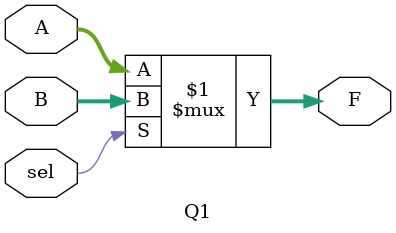
<source format=v>
`timescale 1ns / 1ps
module Q1(A,B,sel,F);
   input wire [31:0] A, B;
	input wire sel;
	output wire [31:0] F;

	assign F = sel ? B : A;
endmodule

</source>
